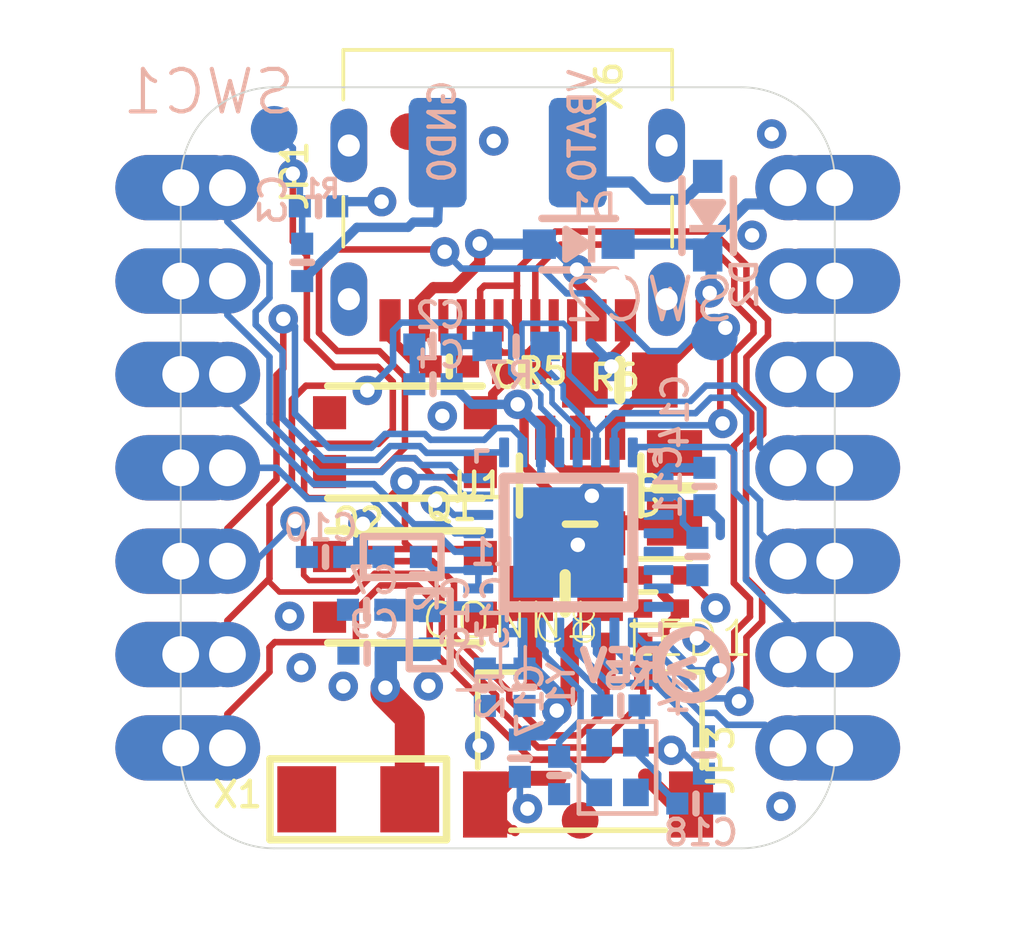
<source format=kicad_pcb>
(kicad_pcb (version 20211014) (generator pcbnew)
  (layers (0 "F.Cu" signal) (1 "In1.Cu" signal) (2 "In2.Cu" signal) (31 "B.Cu" signal) (34 "B.Paste" user) (35 "F.Paste" user) (36 "B.SilkS" user "B.Silkscreen") (37 "F.SilkS" user "F.Silkscreen") (38 "B.Mask" user) (39 "F.Mask" user) (44 "Edge.Cuts" user))
  (net 0 "")
  (net 1 "GND")
  (net 2 "D+")
  (net 3 "D-")
  (net 4 "VBUS")
  (net 5 "~{RESET}")
  (net 6 "3.3V")
  (net 7 "A0")
  (net 8 "CC1")
  (net 9 "CC2")
  (net 10 "A1")
  (net 11 "MOSI")
  (net 12 "MISO")
  (net 13 "SCK")
  (net 14 "A2")
  (net 15 "A3")
  (net 16 "SDA")
  (net 17 "SCL")
  (net 18 "NEOPIX")
  (net 19 "+5V")
  (net 20 "VDD3P3")
  (net 21 "LNA")
  (net 22 "N$3")
  (net 23 "BOOT")
  (net 24 "N$6")
  (net 25 "N$7")
  (net 26 "TX")
  (net 27 "RX")
  (net 28 "VBAT")
  (net 29 "VDD_SPI")
  (net 30 "N$5")
  (net 31 "N$1")
  (footprint "boardEagle:0805-NO" (layer "F.Cu") (at 153.035 105.5497 90)
    (fp_text reference "C6")
    (fp_text value "22uF")
  )
  (footprint "boardEagle:FIDUCIAL_1MM" (layer "F.Cu") (at 150.4696 114.5921)
    (fp_text reference "U$8" hide)
    (fp_text value "FIDUCIAL_1MM" hide)
  )
  (footprint "boardEagle:1X07_CASTEL" (layer "F.Cu") (at 156.1211 105.0036 90)
    (fp_text reference "JP3")
    (fp_text value "")
  )
  (footprint "boardEagle:BTN_KMR2_SLIM" (layer "F.Cu") (at 145.7071 108.2421)
    (fp_text reference "Q2")
    (fp_text value "reset")
  )
  (footprint "boardEagle:QTPYC3_TOP" (layer "F.Cu") (at 139.6111 115.3541)
    (fp_text reference "U$3" hide)
    (fp_text value "" hide)
  )
  (footprint "boardEagle:JST_SH4_SKINNY" (layer "F.Cu") (at 150.6855 112.776)
    (fp_text reference "CONN1")
    (fp_text value "STEMMA_I2C_QTSKINNY" hide)
  )
  (footprint "boardEagle:SOT23-5" (layer "F.Cu") (at 150.4696 105.4862 180)
    (fp_text reference "U1")
    (fp_text value "AP2112K-3.3")
  )
  (footprint "boardEagle:1X07_CASTEL" (layer "F.Cu") (at 140.8811 105.0036 -90)
    (fp_text reference "JP1")
    (fp_text value "")
  )
  (footprint "boardEagle:0805-NO" (layer "F.Cu") (at 151.5491 102.616 180)
    (fp_text reference "C1")
    (fp_text value "22uF")
  )
  (footprint "boardEagle:_0402NO" (layer "F.Cu") (at 146.9136 102.2477)
    (fp_text reference "R5")
    (fp_text value "5.1K")
  )
  (footprint "boardEagle:ANT_2450AT18B100" (layer "F.Cu") (at 144.4371 114.0206 180)
    (fp_text reference "X1")
    (fp_text value "2.4GHz")
  )
  (footprint "boardEagle:FIDUCIAL_1MM" (layer "F.Cu") (at 145.8087 95.8596)
    (fp_text reference "U$6" hide)
    (fp_text value "FIDUCIAL_1MM" hide)
  )
  (footprint "boardEagle:_0402NO" (layer "F.Cu") (at 148.8821 102.4255)
    (fp_text reference "R6")
    (fp_text value "5.1K")
  )
  (footprint "boardEagle:SK6805_1515" (layer "F.Cu") (at 152.6794 108.3818 180)
    (fp_text reference "LED1")
    (fp_text value "WS2812B_SK6805_1515")
  )
  (footprint "boardEagle:BTN_KMR2_4.6X2.8" (layer "F.Cu") (at 145.7071 104.3051 180)
    (fp_text reference "Q1")
    (fp_text value "BOOT0")
  )
  (footprint "boardEagle:USB_C_CUSB31-CFM2AX-01-X" (layer "F.Cu") (at 148.5011 97.4471 180)
    (fp_text reference "X6")
    (fp_text value "USB TYPE C")
  )
  (footprint "boardEagle:0805-NO" (layer "F.Cu") (at 150.0632 108.4199 180)
    (fp_text reference "C8")
    (fp_text value "22uF")
  )
  (footprint "boardEagle:B1,27" (layer "B.Cu") (at 142.1511 95.7961 180)
    (fp_text reference "SWC1")
    (fp_text value "TPB1,27")
  )
  (footprint "boardEagle:_0402NO" (layer "B.Cu") (at 144.6784 110.0582 180)
    (fp_text reference "C9")
    (fp_text value "TBD")
  )
  (footprint "boardEagle:CRYSTAL_2X1.6" (layer "B.Cu") (at 151.4856 113.157 -90)
    (fp_text reference "Y1")
    (fp_text value "40MHz")
  )
  (footprint "boardEagle:_0402NO" (layer "B.Cu") (at 147.8788 110.9726 -90)
    (fp_text reference "C16")
    (fp_text value "0.01uF")
  )
  (footprint "boardEagle:_0402NO" (layer "B.Cu") (at 149.8981 113.3729 -90)
    (fp_text reference "C17")
    (fp_text value "16pF")
  )
  (footprint "boardEagle:TESTPOINT_MINUS_1X3MM" (layer "B.Cu") (at 146.5961 96.4311 -90)
    (fp_text reference "GND0")
    (fp_text value "")
  )
  (footprint "boardEagle:_0402NO" (layer "B.Cu") (at 153.6573 107.4166 -90)
    (fp_text reference "C11")
    (fp_text value "1uF")
  )
  (footprint "boardEagle:_0402NO" (layer "B.Cu") (at 153.8351 112.8141 -90)
    (fp_text reference "R4")
    (fp_text value "1k")
  )
  (footprint "boardEagle:_0402NO" (layer "B.Cu") (at 146.4691 101.6508 180)
    (fp_text reference "C2")
    (fp_text value "1uF")
  )
  (footprint "boardEagle:SOD-323_MINI" (layer "B.Cu") (at 153.9367 98.1456 90)
    (fp_text reference "D2")
    (fp_text value "  NSR0320")
  )
  (footprint "boardEagle:_0402NO" (layer "B.Cu") (at 148.8313 112.903 -90)
    (fp_text reference "R2")
    (fp_text value "10K")
  )
  (footprint "boardEagle:B1,27" (layer "B.Cu") (at 154.1145 101.4476 180)
    (fp_text reference "SWC2")
    (fp_text value "TPB1,27")
  )
  (footprint "boardEagle:_0402NO" (layer "B.Cu") (at 153.6192 114.1349)
    (fp_text reference "C18")
    (fp_text value "16pF")
  )
  (footprint "boardEagle:_0402" (layer "B.Cu") (at 146.3802 109.4105 90)
    (fp_text reference "L2")
    (fp_text value "0 ohm")
  )
  (footprint "boardEagle:_0402NO" (layer "B.Cu") (at 146.4691 102.7303 180)
    (fp_text reference "C4")
    (fp_text value "0.1uF")
  )
  (footprint "boardEagle:_0402NO" (layer "B.Cu") (at 148.9583 110.9726 -90)
    (fp_text reference "C15")
    (fp_text value "1uF")
  )
  (footprint "boardEagle:SOD-323_MINI" (layer "B.Cu") (at 150.4315 98.9203 180)
    (fp_text reference "D1")
    (fp_text value "  NSR0320")
  )
  (footprint "boardEagle:_0603MP_TWO6MIL" (layer "B.Cu") (at 148.7297 101.7016)
    (fp_text reference "R7")
    (fp_text value "10K")
  )
  (footprint "boardEagle:_0402NO" (layer "B.Cu") (at 143.3576 97.8916 180)
    (fp_text reference "R1")
    (fp_text value "10K")
  )
  (footprint "boardEagle:QFN32_5MM" (layer "B.Cu") (at 150.1521 107.0356)
    (fp_text reference "U2")
    (fp_text value "ESP32-C3FH4")
  )
  (footprint "boardEagle:QTPYC3_BOT" (layer "B.Cu") (at 157.3911 115.3541 180)
    (fp_text reference "U$18" hide)
    (fp_text value "" hide)
  )
  (footprint "boardEagle:PCBFEAT-REV-040" (layer "B.Cu") (at 153.5176 110.363 180)
    (fp_text reference "U$12" hide)
    (fp_text value "" hide)
  )
  (footprint "boardEagle:TESTPOINT_PLUS_1X3MM" (layer "B.Cu") (at 150.4061 96.4311 -90)
    (fp_text reference "VBAT0")
    (fp_text value "")
  )
  (footprint "boardEagle:_0402NO" (layer "B.Cu") (at 151.5745 111.4679 180)
    (fp_text reference "R3")
    (fp_text value "0")
  )
  (footprint "boardEagle:_0402NO" (layer "B.Cu") (at 144.6657 108.8644 180)
    (fp_text reference "C7")
    (fp_text value "TBD")
  )
  (footprint "boardEagle:_0402NO" (layer "B.Cu") (at 143.5481 107.4293 180)
    (fp_text reference "C10")
    (fp_text value "0.1uF")
  )
  (footprint "boardEagle:_0402" (layer "B.Cu") (at 145.6309 107.4293)
    (fp_text reference "L1")
    (fp_text value "2nH")
  )
  (footprint "boardEagle:_0402NO" (layer "B.Cu") (at 142.9131 99.4156 -90)
    (fp_text reference "C3")
    (fp_text value "1uF")
  )
  (footprint "boardEagle:_0402NO" (layer "B.Cu") (at 153.8478 105.5116 -90)
    (fp_text reference "C14")
    (fp_text value "0.1uF")
  )
  (gr_line (start 139.6111 112.8141) (end 139.6111 97.1931) (layer "Edge.Cuts") (width 0.05))
  (gr_arc (start 157.3911 112.8141) (mid 156.647151 114.610151) (end 154.8511 115.3541) (layer "Edge.Cuts") (width 0.05))
  (gr_line (start 142.1511 94.6531) (end 154.8511 94.6531) (layer "Edge.Cuts") (width 0.05))
  (gr_line (start 157.3911 97.1931) (end 157.3911 112.8141) (layer "Edge.Cuts") (width 0.05))
  (gr_arc (start 139.6111 97.1931) (mid 140.355049 95.397049) (end 142.1511 94.6531) (layer "Edge.Cuts") (width 0.05))
  (gr_line (start 154.8511 115.3541) (end 142.1511 115.3541) (layer "Edge.Cuts") (width 0.05))
  (gr_arc (start 154.8511 94.6531) (mid 156.647151 95.397049) (end 157.3911 97.1931) (layer "Edge.Cuts") (width 0.05))
  (gr_arc (start 142.1511 115.3541) (mid 140.355049 114.610151) (end 139.6111 112.8141) (layer "Edge.Cuts") (width 0.05))
  (segment (start 151.7011 101.6131) (end 150.6982 102.616) (width 0.254) (layer "F.Cu") (net 1))
  (segment (start 147.8855 114.162) (end 148.5696 114.8461) (width 0.254) (layer "F.Cu") (net 1))
  (segment (start 149.1132 108.4199) (end 148.8821 108.1888) (width 0.4064) (layer "F.Cu") (net 1))
  (segment (start 148.648562 114.8461) (end 148.701831 114.899369) (width 0.254) (layer "F.Cu") (net 1))
  (segment (start 151.7011 100.9921) (end 151.7011 101.6131) (width 0.254) (layer "F.Cu") (net 1))
  (segment (start 149.1855 108.4922) (end 149.1855 110.262) (width 0.4064) (layer "F.Cu") (net 1))
  (segment (start 153.0913 108.8318) (end 152.6921 108.4326) (width 0.254) (layer "F.Cu") (net 1))
  (segment (start 147.8855 114.162) (end 148.5984 113.4491) (width 0.4064) (layer "F.Cu") (net 1))
  (segment (start 145.3011 100.9921) (end 145.3011 101.473244) (width 0.254) (layer "F.Cu") (net 1))
  (segment (start 150.4696 104.1861) (end 150.4696 102.8446) (width 0.254) (layer "F.Cu") (net 1))
  (segment (start 150.6982 102.616) (end 150.5991 102.616) (width 0.254) (layer "F.Cu") (net 1))
  (segment (start 147.7571 109.0671) (end 148.466 109.0671) (width 0.4064) (layer "F.Cu") (net 1))
  (segment (start 153.4855 114.162) (end 153.024 114.162) (width 0.4064) (layer "F.Cu") (net 1))
  (segment (start 148.092018 102.996513) (end 148.092018 103.170182) (width 0.254) (layer "F.Cu") (net 1))
  (segment (start 148.8821 108.1888) (end 148.8821 106.9086) (width 0.4064) (layer "F.Cu") (net 1))
  (segment (start 152.77465 109.357663) (end 152.77465 109.49305) (width 0.254) (layer "F.Cu") (net 1))
  (segment (start 145.3011 101.473244) (end 146.075556 102.2477) (width 0.254) (layer "F.Cu") (net 1))
  (segment (start 153.1794 108.8318) (end 153.1794 108.952913) (width 0.254) (layer "F.Cu") (net 1))
  (segment (start 148.5696 114.8461) (end 148.648562 114.8461) (width 0.254) (layer "F.Cu") (net 1))
  (segment (start 148.3741 102.4255) (end 148.3741 102.714432) (width 0.254) (layer "F.Cu") (net 1))
  (segment (start 149.1132 108.4199) (end 149.1855 108.4922) (width 0.4064) (layer "F.Cu") (net 1))
  (segment (start 150.4696 102.8446) (end 150.6982 102.616) (width 0.254) (layer "F.Cu") (net 1))
  (segment (start 153.1794 108.8318) (end 153.0913 108.8318) (width 0.254) (layer "F.Cu") (net 1))
  (segment (start 153.024 114.162) (end 152.2476 113.3856) (width 0.4064) (layer "F.Cu") (net 1))
  (segment (start 153.1794 108.952913) (end 152.77465 109.357663) (width 0.254) (layer "F.Cu") (net 1))
  (segment (start 148.3741 102.714432) (end 148.092018 102.996513) (width 0.254) (layer "F.Cu") (net 1))
  (segment (start 152.77465 109.49305) (end 152.7556 109.5121) (width 0.254) (layer "F.Cu") (net 1))
  (segment (start 148.092018 103.170182) (end 147.7571 103.5051) (width 0.254) (layer "F.Cu") (net 1))
  (segment (start 148.466 109.0671) (end 149.1132 108.4199) (width 0.4064) (layer "F.Cu") (net 1))
  (segment (start 148.5984 113.4491) (end 149.895303 113.4491) (width 0.4064) (layer "F.Cu") (net 1))
  (segment (start 146.075556 102.2477) (end 146.4056 102.2477) (width 0.254) (layer "F.Cu") (net 1))
  (via (at 148.1201 96.1136) (size 0.8001) (drill 0.3937) (layers "F.Cu" "B.Cu") (net 1))
  (via (at 150.4061 107.0991) (size 0.8001) (drill 0.3937) (layers "F.Cu" "B.Cu") (net 1))
  (via (at 150.7871 105.7656) (size 0.8001) (drill 0.3937) (layers "F.Cu" "B.Cu") (net 1))
  (via (at 146.3421 110.9345) (size 0.8001) (drill 0.3937) (layers "F.Cu" "B.Cu") (net 1))
  (via (at 142.5702 109.0422) (size 0.8001) (drill 0.3937) (layers "F.Cu" "B.Cu") (net 1))
  (via (at 155.6766 95.9231) (size 0.8001) (drill 0.3937) (layers "F.Cu" "B.Cu") (net 1))
  (via (at 142.8877 110.4392) (size 0.8001) (drill 0.3937) (layers "F.Cu" "B.Cu") (net 1))
  (via (at 144.0307 110.9472) (size 0.8001) (drill 0.3937) (layers "F.Cu" "B.Cu") (net 1))
  (via (at 153.6446 109.6391) (size 0.8001) (drill 0.3937) (layers "F.Cu" "B.Cu") (net 1))
  (via (at 147.7391 112.5601) (size 0.8001) (drill 0.3937) (layers "F.Cu" "B.Cu") (net 1))
  (via (at 146.7231 103.5939) (size 0.8001) (drill 0.3937) (layers "F.Cu" "B.Cu") (net 1))
  (via (at 151.3205 102.2477) (size 0.8001) (drill 0.3937) (layers "F.Cu" "B.Cu") (net 1))
  (via (at 155.1432 98.679) (size 0.8001) (drill 0.3937) (layers "F.Cu" "B.Cu") (net 1))
  (via (at 155.9306 114.2111) (size 0.8001) (drill 0.3937) (layers "F.Cu" "B.Cu") (net 1))
  (segment (start 153.8478 106.0196) (end 154.2796 106.4514) (width 0.254) (layer "B.Cu") (net 1))
  (segment (start 144.402493 98.4631) (end 145.792662 98.4631) (width 0.254) (layer "B.Cu") (net 1))
  (segment (start 146.5326 98.3361) (end 146.5961 98.2726) (width 0.254) (layer "B.Cu") (net 1))
  (segment (start 151.3205 102.2477) (end 151.3205 102.1715) (width 0.254) (layer "B.Cu") (net 1))
  (segment (start 145.933662 98.3221) (end 146.496537 98.3221) (width 0.254) (layer "B.Cu") (net 1))
  (segment (start 151.3205 102.1715) (end 150.7553 101.6063) (width 0.254) (layer "B.Cu") (net 1))
  (segment (start 146.5961 98.2726) (end 146.6461 97.2311) (width 0.254) (layer "B.Cu") (net 1))
  (segment (start 142.9131 99.9236) (end 143.6116 99.2251) (width 0.254) (layer "B.Cu") (net 1))
  (segment (start 157.3911 99.9236) (end 156.1211 99.9236) (width 0.254) (layer "B.Cu") (net 1))
  (segment (start 145.9611 101.6508) (end 145.9611 102.7303) (width 0.254) (layer "B.Cu") (net 1))
  (segment (start 145.792662 98.4631) (end 145.933662 98.3221) (width 0.254) (layer "B.Cu") (net 1))
  (segment (start 143.640493 99.2251) (end 144.402493 98.4631) (width 0.254) (layer "B.Cu") (net 1))
  (segment (start 146.496537 98.3221) (end 146.510537 98.3361) (width 0.254) (layer "B.Cu") (net 1))
  (segment (start 154.2796 106.4514) (end 154.2796 106.8451) (width 0.254) (layer "B.Cu") (net 1))
  (segment (start 143.6116 99.2251) (end 143.640493 99.2251) (width 0.254) (layer "B.Cu") (net 1))
  (segment (start 146.510537 98.3361) (end 146.5326 98.3361) (width 0.254) (layer "B.Cu") (net 1))
  (segment (start 154.9908 100.391788) (end 155.575856 100.976844) (width 0.1778) (layer "F.Cu") (net 2))
  (segment (start 154.9908 99.4918) (end 154.9908 100.391788) (width 0.1778) (layer "F.Cu") (net 2))
  (segment (start 155.575856 101.410357) (end 154.9908 101.995413) (width 0.1778) (layer "F.Cu") (net 2))
  (segment (start 155.448856 103.389844) (end 155.448856 104.077357) (width 0.1778) (layer "F.Cu") (net 2))
  (segment (start 148.7511 100.0506) (end 147.8661 100.0506) (width 0.1778) (layer "F.Cu") (net 2))
  (segment (start 155.575856 100.976844) (end 155.575856 101.410357) (width 0.1778) (layer "F.Cu") (net 2))
  (segment (start 148.7511 100.0506) (end 148.7511 100.9921) (width 0.1778) (layer "F.Cu") (net 2))
  (segment (start 154.9781 104.548113) (end 154.9781 107.999088) (width 0.1778) (layer "F.Cu") (net 2))
  (segment (start 154.9908 101.995413) (end 154.9908 102.931788) (width 0.1778) (layer "F.Cu") (net 2))
  (segment (start 154.9908 102.931788) (end 155.448856 103.389844) (width 0.1778) (layer "F.Cu") (net 2))
  (segment (start 154.9908 109.615413) (end 154.9908 111.3536) (width 0.1778) (layer "F.Cu") (net 2))
  (segment (start 154.0764 98.5774) (end 149.7965 98.5774) (width 0.1778) (layer "F.Cu") (net 2))
  (segment (start 148.7511 99.6228) (end 148.7511 100.0506) (width 0.1778) (layer "F.Cu") (net 2))
  (segment (start 154.7876 111.3536) (end 154.9908 111.3536) (width 0.1778) (layer "F.Cu") (net 2))
  (segment (start 154.0764 98.5774) (end 154.9908 99.4918) (width 0.1778) (layer "F.Cu") (net 2))
  (segment (start 155.448856 104.077357) (end 154.9781 104.548113) (width 0.1778) (layer "F.Cu") (net 2))
  (segment (start 147.7511 100.1656) (end 147.7511 100.9921) (width 0.1778) (layer "F.Cu") (net 2))
  (segment (start 155.417106 109.189107) (end 154.9908 109.615413) (width 0.1778) (layer "F.Cu") (net 2))
  (segment (start 154.9781 107.999088) (end 155.417106 108.438094) (width 0.1778) (layer "F.Cu") (net 2))
  (segment (start 147.8661 100.0506) (end 147.7511 100.1656) (width 0.1778) (layer "F.Cu") (net 2))
  (segment (start 149.7965 98.5774) (end 148.7511 99.6228) (width 0.1778) (layer "F.Cu") (net 2))
  (segment (start 155.417106 108.438094) (end 155.417106 109.189107) (width 0.1778) (layer "F.Cu") (net 2))
  (via (at 154.7876 111.3536) (size 0.8001) (drill 0.3937) (layers "F.Cu" "B.Cu") (net 2))
  (segment (start 154.7876 111.3536) (end 154.710559 111.27656) (width 0.1778) (layer "B.Cu") (net 2))
  (segment (start 151.672612 110.1725) (end 152.7258 110.1725) (width 0.1778) (layer "B.Cu") (net 2))
  (segment (start 154.710559 111.27656) (end 153.829859 111.27656) (width 0.1778) (layer "B.Cu") (net 2))
  (segment (start 151.672612 110.1725) (end 151.4021 109.901988) (width 0.1778) (layer "B.Cu") (net 2))
  (segment (start 153.829859 111.27656) (end 152.7258 110.1725) (width 0.1778) (layer "B.Cu") (net 2))
  (segment (start 151.4021 109.4856) (end 151.4021 109.901988) (width 0.1778) (layer "B.Cu") (net 2))
  (segment (start 149.2511 99.6257) (end 149.2511 100.9921) (width 0.1778) (layer "F.Cu") (net 3))
  (segment (start 154.6606 109.478638) (end 154.6606 110.111132) (width 0.1778) (layer "F.Cu") (net 3))
  (segment (start 155.182156 101.050119) (end 154.6606 100.528563) (width 0.1778) (layer "F.Cu") (net 3))
  (segment (start 154.261615 110.510116) (end 154.6606 110.111132) (width 0.1778) (layer "F.Cu") (net 3))
  (segment (start 153.965025 98.933) (end 149.9438 98.933) (width 0.1778) (layer "F.Cu") (net 3))
  (segment (start 154.6479 108.135863) (end 155.086906 108.574869) (width 0.1778) (layer "F.Cu") (net 3))
  (segment (start 149.9438 98.933) (end 149.2511 99.6257) (width 0.1778) (layer "F.Cu") (net 3))
  (segment (start 148.1836 101.7016) (end 148.1836 101.0596) (width 0.1778) (layer "F.Cu") (net 3))
  (segment (start 155.118656 103.940582) (end 155.118656 103.526619) (width 0.1778) (layer "F.Cu") (net 3))
  (segment (start 154.6606 99.628575) (end 153.965025 98.933) (width 0.1778) (layer "F.Cu") (net 3))
  (segment (start 154.6606 103.068563) (end 154.6606 101.858638) (width 0.1778) (layer "F.Cu") (net 3))
  (segment (start 154.6606 100.528563) (end 154.6606 99.628575) (width 0.1778) (layer "F.Cu") (net 3))
  (segment (start 155.118656 103.526619) (end 154.6606 103.068563) (width 0.1778) (layer "F.Cu") (net 3))
  (segment (start 155.086906 109.052332) (end 154.6606 109.478638) (width 0.1778) (layer "F.Cu") (net 3))
  (segment (start 155.118656 103.940582) (end 154.6479 104.411338) (width 0.1778) (layer "F.Cu") (net 3))
  (segment (start 155.086906 108.574869) (end 155.086906 109.052332) (width 0.1778) (layer "F.Cu") (net 3))
  (segment (start 149.0348 101.8715) (end 148.3535 101.8715) (width 0.1778) (layer "F.Cu") (net 3))
  (segment (start 149.2511 101.6552) (end 149.0348 101.8715) (width 0.1778) (layer "F.Cu") (net 3))
  (segment (start 148.1836 101.0596) (end 148.2511 100.9921) (width 0.1778) (layer "F.Cu") (net 3))
  (segment (start 149.2511 100.9921) (end 149.2511 101.6552) (width 0.1778) (layer "F.Cu") (net 3))
  (segment (start 148.3535 101.8715) (end 148.1836 101.7016) (width 0.1778) (layer "F.Cu") (net 3))
  (segment (start 154.6479 104.411338) (end 154.6479 108.135863) (width 0.1778) (layer "F.Cu") (net 3))
  (segment (start 155.182156 101.337082) (end 155.182156 101.050119) (width 0.1778) (layer "F.Cu") (net 3))
  (segment (start 154.6606 101.858638) (end 155.182156 101.337082) (width 0.1778) (layer "F.Cu") (net 3))
  (via (at 154.261615 110.510116) (size 0.8001) (drill 0.3937) (layers "F.Cu" "B.Cu") (net 3))
  (segment (start 154.261615 110.510116) (end 153.563115 110.510116) (width 0.1778) (layer "B.Cu") (net 3))
  (segment (start 152.231343 109.814844) (end 152.867843 109.814844) (width 0.1778) (layer "B.Cu") (net 3))
  (segment (start 151.9021 109.4856) (end 152.231343 109.814844) (width 0.1778) (layer "B.Cu") (net 3))
  (segment (start 153.563115 110.510116) (end 152.867843 109.814844) (width 0.1778) (layer "B.Cu") (net 3))
  (segment (start 147.7391 98.9076) (end 147.7391 99.422538) (width 0.3048) (layer "F.Cu") (net 4))
  (segment (start 146.4821 100.1031) (end 146.1011 100.4841) (width 0.3048) (layer "F.Cu") (net 4))
  (segment (start 146.1011 100.9921) (end 146.1011 100.4841) (width 0.254) (layer "F.Cu") (net 4))
  (segment (start 147.058537 100.1031) (end 146.4821 100.1031) (width 0.3048) (layer "F.Cu") (net 4))
  (segment (start 150.9011 100.9921) (end 150.9011 100.476338) (width 0.254) (layer "F.Cu") (net 4))
  (segment (start 150.9011 100.476338) (end 150.385912 99.96115) (width 0.3048) (layer "F.Cu") (net 4))
  (segment (start 147.7391 99.422538) (end 147.058537 100.1031) (width 0.3048) (layer "F.Cu") (net 4))
  (segment (start 150.385912 99.613794) (end 150.385912 99.96115) (width 0.3048) (layer "F.Cu") (net 4))
  (via (at 150.385912 99.613794) (size 0.8001) (drill 0.3937) (layers "F.Cu" "B.Cu") (net 4))
  (via (at 147.7391 98.9076) (size 0.8001) (drill 0.3937) (layers "F.Cu" "B.Cu") (net 4))
  (segment (start 150.385912 99.613794) (end 149.692418 98.9203) (width 0.3048) (layer "B.Cu") (net 4))
  (segment (start 149.692418 98.9203) (end 149.3615 98.9203) (width 0.254) (layer "B.Cu") (net 4))
  (segment (start 149.3615 98.9203) (end 147.7518 98.9203) (width 0.3048) (layer "B.Cu") (net 4))
  (segment (start 147.7391 98.9076) (end 147.7518 98.9203) (width 0.254) (layer "B.Cu") (net 4))
  (segment (start 147.7571 107.4171) (end 147.6932 107.2135) (width 0.1778) (layer "F.Cu") (net 5))
  (segment (start 145.7071 105.3846) (end 145.7071 107.04261) (width 0.1778) (layer "F.Cu") (net 5))
  (segment (start 142.9658 105.7221) (end 143.0728 105.8291) (width 0.1778) (layer "F.Cu") (net 5))
  (segment (start 142.9658 104.55515) (end 142.9658 105.7221) (width 0.1778) (layer "F.Cu") (net 5))
  (segment (start 143.0401 101.5111) (end 143.0401 99.2251) (width 0.1778) (layer "F.Cu") (net 5))
  (segment (start 143.0728 105.8291) (end 145.2626 105.8291) (width 0.1778) (layer "F.Cu") (net 5))
  (segment (start 143.6571 107.4171) (end 143.6702 107.2135) (width 0.1778) (layer "F.Cu") (net 5))
  (segment (start 145.2626 105.8291) (end 145.7071 105.3846) (width 0.1778) (layer "F.Cu") (net 5))
  (segment (start 142.6591 98.8441) (end 142.6591 97.0026) (width 0.1778) (layer "F.Cu") (net 5))
  (segment (start 143.0401 99.2251) (end 142.6591 98.8441) (width 0.1778) (layer "F.Cu") (net 5))
  (segment (start 144.970087 102.257063) (end 143.786062 102.257063) (width 0.1778) (layer "F.Cu") (net 5))
  (segment (start 143.786062 102.257063) (end 143.0401 101.5111) (width 0.1778) (layer "F.Cu") (net 5))
  (segment (start 145.884993 107.2135) (end 143.6702 107.2135) (width 0.1778) (layer "F.Cu") (net 5))
  (segment (start 145.3769 103.9622) (end 145.3769 102.663875) (width 0.1778) (layer "F.Cu") (net 5))
  (segment (start 144.9888 104.3503) (end 145.3769 103.9622) (width 0.1778) (layer "F.Cu") (net 5))
  (segment (start 145.3769 102.663875) (end 144.970087 102.257063) (width 0.1778) (layer "F.Cu") (net 5))
  (segment (start 147.6932 107.2135) (end 145.884993 107.2135) (width 0.1778) (layer "F.Cu") (net 5))
  (segment (start 142.9658 104.55515) (end 143.17065 104.3503) (width 0.1778) (layer "F.Cu") (net 5))
  (segment (start 143.17065 104.3503) (end 144.9888 104.3503) (width 0.1778) (layer "F.Cu") (net 5))
  (segment (start 145.884993 107.2135) (end 145.7071 107.04261) (width 0.1778) (layer "F.Cu") (net 5))
  (via (at 142.6591 97.0026) (size 0.8001) (drill 0.3937) (layers "F.Cu" "B.Cu") (net 5))
  (via (at 145.7071 105.3846) (size 0.8001) (drill 0.3937) (layers "F.Cu" "B.Cu") (net 5))
  (segment (start 142.8496 97.1931) (end 142.8496 97.8916) (width 0.1778) (layer "B.Cu") (net 5))
  (segment (start 146.7931 105.2576) (end 145.8341 105.2576) (width 0.1778) (layer "B.Cu") (net 5))
  (segment (start 142.6591 97.0026) (end 142.8496 97.1931) (width 0.1778) (layer "B.Cu") (net 5))
  (segment (start 145.8341 105.2576) (end 145.7071 105.3846) (width 0.1778) (layer "B.Cu") (net 5))
  (segment (start 142.9131 97.9551) (end 142.9131 98.9076) (width 0.1778) (layer "B.Cu") (net 5))
  (segment (start 142.8496 97.8916) (end 142.9131 97.9551) (width 0.1778) (layer "B.Cu") (net 5))
  (segment (start 142.1511 95.7961) (end 142.6591 96.3041) (width 0.1778) (layer "B.Cu") (net 5))
  (segment (start 142.6591 96.3041) (end 142.6591 97.0026) (width 0.1778) (layer "B.Cu") (net 5))
  (segment (start 147.3211 105.7856) (end 146.7931 105.2576) (width 0.1778) (layer "B.Cu") (net 5))
  (segment (start 147.7021 105.7856) (end 147.3211 105.7856) (width 0.1778) (layer "B.Cu") (net 5))
  (segment (start 151.4196 106.7863) (end 151.7062 106.4997) (width 0.254) (layer "F.Cu") (net 6))
  (segment (start 151.1021 106.7863) (end 151.4196 106.7863) (width 0.254) (layer "F.Cu") (net 6))
  (segment (start 148.771468 103.27795) (end 148.9456 103.452082) (width 0.254) (layer "F.Cu") (net 6))
  (segment (start 150.423081 106.41965) (end 150.73545 106.41965) (width 0.2032) (layer "F.Cu") (net 6))
  (segment (start 150.1855 110.262) (end 150.1855 109.527) (width 0.4064) (layer "F.Cu") (net 6))
  (segment (start 151.4196 108.0135) (end 151.0132 108.4199) (width 0.254) (layer "F.Cu") (net 6))
  (segment (start 148.9456 103.452082) (end 148.9456 104.942169) (width 0.254) (layer "F.Cu") (net 6))
  (segment (start 151.0132 108.6993) (end 150.1855 109.527) (width 0.4064) (layer "F.Cu") (net 6))
  (segment (start 150.73545 106.41965) (end 151.1021 106.7863) (width 0.2032) (layer "F.Cu") (net 6))
  (segment (start 151.7062 106.4997) (end 153.035 106.4997) (width 0.4064) (layer "F.Cu") (net 6))
  (segment (start 150.1855 111.2567) (end 149.8346 111.6076) (width 0.4064) (layer "F.Cu") (net 6))
  (segment (start 152.1794 107.9318) (end 151.5013 107.9318) (width 0.4064) (layer "F.Cu") (net 6))
  (segment (start 151.5013 107.9318) (end 151.4196 108.0135) (width 0.254) (layer "F.Cu") (net 6))
  (segment (start 150.1855 110.262) (end 150.1855 111.2567) (width 0.4064) (layer "F.Cu") (net 6))
  (segment (start 151.4196 106.7863) (end 151.4196 108.0135) (width 0.4064) (layer "F.Cu") (net 6))
  (segment (start 151.0132 108.6993) (end 151.0132 108.4199) (width 0.6096) (layer "F.Cu") (net 6))
  (segment (start 148.9456 104.942169) (end 150.423081 106.41965) (width 0.254) (layer "F.Cu") (net 6))
  (via (at 149.8346 111.6076) (size 0.8001) (drill 0.3937) (layers "F.Cu" "B.Cu") (net 6))
  (via (at 145.0721 97.7646) (size 0.8001) (drill 0.3937) (layers "F.Cu" "B.Cu") (net 6))
  (via (at 144.5641 106.5276) (size 0.8001) (drill 0.3937) (layers "F.Cu" "B.Cu") (net 6))
  (via (at 148.771468 103.27795) (size 0.8001) (drill 0.3937) (layers "F.Cu" "B.Cu") (net 6))
  (segment (start 151.9301 108.6866) (end 151.8031 108.8136) (width 0.2032) (layer "B.Cu") (net 6))
  (segment (start 148.3741 109.4576) (end 148.4021 109.4856) (width 0.2032) (layer "B.Cu") (net 6))
  (segment (start 148.9583 110.4646) (end 147.8788 110.4646) (width 0.254) (layer "B.Cu") (net 6))
  (segment (start 152.6021 105.2856) (end 152.5741 105.2576) (width 0.2032) (layer "B.Cu") (net 6))
  (segment (start 149.479 112.2172) (end 149.0091 112.2172) (width 0.4064) (layer "B.Cu") (net 6))
  (segment (start 149.4021 103.908582) (end 149.4021 104.5856) (width 0.254) (layer "B.Cu") (net 6))
  (segment (start 149.8346 111.8616) (end 149.479 112.2172) (width 0.4064) (layer "B.Cu") (net 6))
  (segment (start 152.6021 105.2856) (end 152.8841 105.0036) (width 0.254) (layer "B.Cu") (net 6))
  (segment (start 148.9021 109.4856) (end 148.4021 109.4856) (width 0.254) (layer "B.Cu") (net 6))
  (segment (start 151.9301 105.513) (end 151.9301 108.6866) (width 0.2032) (layer "B.Cu") (net 6))
  (segment (start 148.9583 110.4646) (end 148.9021 110.4646) (width 0.254) (layer "B.Cu") (net 6))
  (segment (start 148.9583 110.4646) (end 149.1361 110.4646) (width 0.254) (layer "B.Cu") (net 6))
  (segment (start 149.5171 105.2576) (end 149.4021 105.1426) (width 0.2032) (layer "B.Cu") (net 6))
  (segment (start 148.771468 103.27795) (end 149.4021 103.908582) (width 0.254) (layer "B.Cu") (net 6))
  (segment (start 149.4021 105.1426) (end 149.4021 104.5856) (width 0.2032) (layer "B.Cu") (net 6))
  (segment (start 144.5006 106.5911) (end 144.5641 106.5276) (width 0.4064) (layer "B.Cu") (net 6))
  (segment (start 157.3911 102.4636) (end 156.1211 102.4636) (width 0.254) (layer "B.Cu") (net 6))
  (segment (start 153.8478 105.0036) (end 152.8841 105.0036) (width 0.254) (layer "B.Cu") (net 6))
  (segment (start 148.3741 105.3846) (end 148.3741 108.8136) (width 0.2032) (layer "B.Cu") (net 6))
  (segment (start 147.8915 101.6508) (end 146.9771 101.6508) (width 0.254) (layer "B.Cu") (net 6))
  (segment (start 148.771468 103.27795) (end 147.52475 103.27795) (width 0.254) (layer "B.Cu") (net 6))
  (segment (start 148.9021 109.4856) (end 148.9021 110.4646) (width 0.254) (layer "B.Cu") (net 6))
  (segment (start 144.5006 107.4293) (end 144.0561 107.4293) (width 0.4064) (layer "B.Cu") (net 6))
  (segment (start 148.8313 112.395) (end 149.0091 112.2172) (width 0.4064) (layer "B.Cu") (net 6))
  (segment (start 151.8031 108.8136) (end 148.3741 108.8136) (width 0.2032) (layer "B.Cu") (net 6))
  (segment (start 149.5171 105.2576) (end 148.5011 105.2576) (width 0.2032) (layer "B.Cu") (net 6))
  (segment (start 151.9315 105.5116) (end 151.9301 105.513) (width 0.2032) (layer "B.Cu") (net 6))
  (segment (start 156.1211 102.3366) (end 156.1211 102.4636) (width 0.254) (layer "B.Cu") (net 6))
  (segment (start 152.6021 105.2856) (end 152.1575 105.2856) (width 0.254) (layer "B.Cu") (net 6))
  (segment (start 147.9423 101.7016) (end 147.8915 101.6508) (width 0.254) (layer "B.Cu") (net 6))
  (segment (start 143.8656 97.8916) (end 143.9926 97.7646) (width 0.254) (layer "B.Cu") (net 6))
  (segment (start 144.5006 107.4293) (end 144.5006 106.5911) (width 0.4064) (layer "B.Cu") (net 6))
  (segment (start 148.3741 108.8136) (end 148.3741 109.4576) (width 0.2032) (layer "B.Cu") (net 6))
  (segment (start 146.9771 101.6508) (end 146.9771 102.7303) (width 0.254) (layer "B.Cu") (net 6))
  (segment (start 145.1229 107.4293) (end 144.5006 107.4293) (width 0.4064) (layer "B.Cu") (net 6))
  (segment (start 143.9926 97.7646) (end 145.0721 97.7646) (width 0.254) (layer "B.Cu") (net 6))
  (segment (start 149.8346 111.8616) (end 149.8346 111.6076) (width 0.254) (layer "B.Cu") (net 6))
  (segment (start 148.5011 105.2576) (end 148.3741 105.3846) (width 0.2032) (layer "B.Cu") (net 6))
  (segment (start 149.8346 111.1631) (end 149.8346 111.6076) (width 0.4064) (layer "B.Cu") (net 6))
  (segment (start 147.52475 103.27795) (end 146.9771 102.7303) (width 0.254) (layer "B.Cu") (net 6))
  (segment (start 152.1575 105.2856) (end 151.9315 105.5116) (width 0.254) (layer "B.Cu") (net 6))
  (segment (start 149.1361 110.4646) (end 149.8346 111.1631) (width 0.4064) (layer "B.Cu") (net 6))
  (segment (start 146.293681 104.5972) (end 147.6005 104.5972) (width 0.1778) (layer "B.Cu") (net 7))
  (segment (start 142.3797 101.84285) (end 142.3797 103.66325) (width 0.1778) (layer "B.Cu") (net 7))
  (segment (start 140.8811 98.30715) (end 142.0241 99.45015) (width 0.1778) (layer "B.Cu") (net 7))
  (segment (start 141.648593 101.111744) (end 142.3797 101.84285) (width 0.1778) (layer "B.Cu") (net 7))
  (segment (start 147.6005 104.5972) (end 147.6121 104.5856) (width 0.1778) (layer "B.Cu") (net 7))
  (segment (start 146.109531 104.41305) (end 146.293681 104.5972) (width 0.1778) (layer "B.Cu") (net 7))
  (segment (start 144.930018 104.7877) (end 145.304668 104.41305) (width 0.1778) (layer "B.Cu") (net 7))
  (segment (start 142.0241 100.379088) (end 141.648593 100.754594) (width 0.1778) (layer "B.Cu") (net 7))
  (segment (start 139.6111 97.3836) (end 140.6906 97.3836) (width 0.254) (layer "B.Cu") (net 7))
  (segment (start 140.6906 97.3836) (end 140.8811 97.5741) (width 0.254) (layer "B.Cu") (net 7))
  (segment (start 142.3797 103.66325) (end 143.50415 104.7877) (width 0.1778) (layer "B.Cu") (net 7))
  (segment (start 141.648593 100.754594) (end 141.648593 101.111744) (width 0.1778) (layer "B.Cu") (net 7))
  (segment (start 142.0241 99.45015) (end 142.0241 100.379088) (width 0.1778) (layer "B.Cu") (net 7))
  (segment (start 145.304668 104.41305) (end 146.109531 104.41305) (width 0.1778) (layer "B.Cu") (net 7))
  (segment (start 140.8811 98.30715) (end 140.8811 97.5741) (width 0.1778) (layer "B.Cu") (net 7))
  (segment (start 140.8811 97.5741) (end 140.8811 97.3836) (width 0.1778) (layer "B.Cu") (net 7))
  (segment (start 143.50415 104.7877) (end 144.930018 104.7877) (width 0.1778) (layer "B.Cu") (net 7))
  (segment (start 148.4021 104.5856) (end 147.6121 104.5856) (width 0.1778) (layer "B.Cu") (net 7))
  (segment (start 149.7511 101.6581) (end 149.3901 102.0191) (width 0.1778) (layer "F.Cu") (net 8))
  (segment (start 149.7511 100.9921) (end 149.7511 101.6581) (width 0.1778) (layer "F.Cu") (net 8))
  (segment (start 149.3901 102.0191) (end 149.3901 102.4255) (width 0.1778) (layer "F.Cu") (net 8))
  (segment (start 146.7511 101.5772) (end 147.4216 102.2477) (width 0.1778) (layer "F.Cu") (net 9))
  (segment (start 146.7511 100.9921) (end 146.7511 101.5772) (width 0.1778) (layer "F.Cu") (net 9))
  (segment (start 143.367375 105.1179) (end 142.0241 103.774625) (width 0.1778) (layer "B.Cu") (net 10))
  (segment (start 146.929875 104.9274) (end 146.156906 104.9274) (width 0.1778) (layer "B.Cu") (net 10))
  (segment (start 145.066793 105.1179) (end 143.367375 105.1179) (width 0.1778) (layer "B.Cu") (net 10))
  (segment (start 147.7021 105.2856) (end 147.288075 105.2856) (width 0.1778) (layer "B.Cu") (net 10))
  (segment (start 146.156906 104.9274) (end 145.972756 104.74325) (width 0.1778) (layer "B.Cu") (net 10))
  (segment (start 142.0241 103.5431) (end 142.0241 101.99015) (width 0.1778) (layer "B.Cu") (net 10))
  (segment (start 140.8811 100.84715) (end 140.8811 99.9236) (width 0.1778) (layer "B.Cu") (net 10))
  (segment (start 142.0241 103.774625) (end 142.0241 103.5431) (width 0.1778) (layer "B.Cu") (net 10))
  (segment (start 147.288075 105.2856) (end 146.929875 104.9274) (width 0.1778) (layer "B.Cu") (net 10))
  (segment (start 139.6111 99.9236) (end 140.8811 99.9236) (width 0.254) (layer "B.Cu") (net 10))
  (segment (start 142.0241 101.99015) (end 140.8811 100.84715) (width 0.1778) (layer "B.Cu") (net 10))
  (segment (start 145.441443 104.74325) (end 145.066793 105.1179) (width 0.1778) (layer "B.Cu") (net 10))
  (segment (start 145.972756 104.74325) (end 145.441443 104.74325) (width 0.1778) (layer "B.Cu") (net 10))
  (segment (start 153.469725 103.1875) (end 153.888825 102.7684) (width 0.1778) (layer "B.Cu") (net 11))
  (segment (start 156.1211 104.9401) (end 156.1211 105.0036) (width 0.1778) (layer "B.Cu") (net 11))
  (segment (start 150.4021 103.933544) (end 149.704918 103.236363) (width 0.1524) (layer "B.Cu") (net 11))
  (segment (start 156.1211 104.9401) (end 155.8671 104.9401) (width 0.1778) (layer "B.Cu") (net 11))
  (segment (start 153.457025 103.2002) (end 153.469725 103.1875) (width 0.1524) (layer "B.Cu") (net 11))
  (segment (start 148.8885 101.105313) (end 148.920812 101.073) (width 0.1524) (layer "B.Cu") (net 11))
  (segment (start 149.704918 102.891294) (end 149.143825 102.3302) (width 0.1524) (layer "B.Cu") (net 11))
  (segment (start 150.011787 101.073) (end 150.1648 101.226013) (width 0.1524) (layer "B.Cu") (net 11))
  (segment (start 156.1846 105.0036) (end 156.1211 104.9401) (width 0.1778) (layer "B.Cu") (net 11))
  (segment (start 150.1648 101.226013) (end 150.1648 102.4636) (width 0.1524) (layer "B.Cu") (net 11))
  (segment (start 155.8671 104.9401) (end 155.3591 104.4321) (width 0.1778) (layer "B.Cu") (net 11))
  (segment (start 155.3591 103.431719) (end 154.695781 102.7684) (width 0.1778) (layer "B.Cu") (net 11))
  (segment (start 148.920812 101.073) (end 150.011787 101.073) (width 0.1524) (layer "B.Cu") (net 11))
  (segment (start 148.920812 102.3302) (end 148.8885 102.297888) (width 0.1524) (layer "B.Cu") (net 11))
  (segment (start 150.1648 102.4636) (end 150.9014 103.2002) (width 0.1524) (layer "B.Cu") (net 11))
  (segment (start 148.8885 102.297888) (end 148.8885 101.105313) (width 0.1524) (layer "B.Cu") (net 11))
  (segment (start 157.3911 105.0036) (end 156.1846 105.0036) (width 0.1778) (layer "B.Cu") (net 11))
  (segment (start 150.4021 104.5856) (end 150.4021 103.933544) (width 0.1524) (layer "B.Cu") (net 11))
  (segment (start 155.3591 104.4321) (end 155.3591 103.431719) (width 0.1778) (layer "B.Cu") (net 11))
  (segment (start 149.704918 103.236363) (end 149.704918 102.891294) (width 0.1524) (layer "B.Cu") (net 11))
  (segment (start 153.888825 102.7684) (end 154.695781 102.7684) (width 0.1778) (layer "B.Cu") (net 11))
  (segment (start 150.9014 103.2002) (end 153.457025 103.2002) (width 0.1524) (layer "B.Cu") (net 11))
  (segment (start 149.143825 102.3302) (end 148.920812 102.3302) (width 0.1524) (layer "B.Cu") (net 11))
  (segment (start 150.009718 102.765038) (end 149.4862 102.241519) (width 0.1524) (layer "B.Cu") (net 12))
  (segment (start 153.6065 103.5177) (end 151.409725 103.5177) (width 0.1778) (layer "B.Cu") (net 12))
  (segment (start 154.98815 103.527744) (end 154.98815 105.52165) (width 0.1778) (layer "B.Cu") (net 12))
  (segment (start 150.9021 104.025325) (end 150.9021 104.5856) (width 0.1778) (layer "B.Cu") (net 12))
  (segment (start 155.3591 106.7816) (end 156.1211 107.5436) (width 0.1778) (layer "B.Cu") (net 12))
  (segment (start 149.4862 102.241519) (end 149.5171 101.7016) (width 0.1524) (layer "B.Cu") (net 12))
  (segment (start 157.3911 107.5436) (end 156.1211 107.5436) (width 0.1778) (layer "B.Cu") (net 12))
  (segment (start 154.98815 105.52165) (end 155.3591 105.8926) (width 0.1778) (layer "B.Cu") (net 12))
  (segment (start 150.7069 103.807288) (end 150.009718 103.110107) (width 0.1524) (layer "B.Cu") (net 12))
  (segment (start 154.559006 103.0986) (end 154.0256 103.0986) (width 0.1778) (layer "B.Cu") (net 12))
  (segment (start 150.7069 103.830125) (end 150.7069 103.807288) (width 0.1524) (layer "B.Cu") (net 12))
  (segment (start 151.409725 103.5177) (end 150.9021 104.025325) (width 0.1778) (layer "B.Cu") (net 12))
  (segment (start 154.559006 103.0986) (end 154.98815 103.527744) (width 0.1778) (layer "B.Cu") (net 12))
  (segment (start 150.009718 103.110107) (end 150.009718 102.765038) (width 0.1524) (layer "B.Cu") (net 12))
  (segment (start 155.3591 105.8926) (end 155.3591 106.7816) (width 0.1778) (layer "B.Cu") (net 12))
  (segment (start 150.9021 104.025325) (end 150.7069 103.830125) (width 0.1524) (layer "B.Cu") (net 12))
  (segment (start 154.0256 103.0986) (end 153.6065 103.5177) (width 0.1778) (layer "B.Cu") (net 12))
  (segment (start 154.47645 104.43845) (end 154.65795 104.61995) (width 0.1778) (layer "B.Cu") (net 13))
  (segment (start 154.9781 108.0516) (end 156.1211 109.1946) (width 0.1778) (layer "B.Cu") (net 13))
  (segment (start 151.9021 104.5856) (end 152.04925 104.43845) (width 0.1778) (layer "B.Cu") (net 13))
  (segment (start 154.9781 105.978575) (end 154.9781 108.0516) (width 0.1778) (layer "B.Cu") (net 13))
  (segment (start 152.04925 104.43845) (end 154.47645 104.43845) (width 0.1778) (layer "B.Cu") (net 13))
  (segment (start 156.1211 109.1946) (end 156.1211 110.0836) (width 0.1778) (layer "B.Cu") (net 13))
  (segment (start 154.65795 105.658425) (end 154.9781 105.978575) (width 0.1778) (layer "B.Cu") (net 13))
  (segment (start 157.3911 110.0836) (end 156.1211 110.0836) (width 0.1778) (layer "B.Cu") (net 13))
  (segment (start 154.65795 104.61995) (end 154.65795 105.658425) (width 0.1778) (layer "B.Cu") (net 13))
  (segment (start 145.955793 106.5403) (end 144.863593 105.4481) (width 0.1778) (layer "B.Cu") (net 14))
  (segment (start 139.6111 102.4636) (end 140.8811 102.4636) (width 0.254) (layer "B.Cu") (net 14))
  (segment (start 147.0671 106.7856) (end 146.8218 106.5403) (width 0.1778) (layer "B.Cu") (net 14))
  (segment (start 140.8811 103.0986) (end 140.8811 102.4636) (width 0.1778) (layer "B.Cu") (net 14))
  (segment (start 146.8218 106.5403) (end 145.955793 106.5403) (width 0.1778) (layer "B.Cu") (net 14))
  (segment (start 144.863593 105.4481) (end 143.2306 105.4481) (width 0.1778) (layer "B.Cu") (net 14))
  (segment (start 147.7021 106.7856) (end 147.0671 106.7856) (width 0.1778) (layer "B.Cu") (net 14))
  (segment (start 143.2306 105.4481) (end 140.8811 103.0986) (width 0.1778) (layer "B.Cu") (net 14))
  (segment (start 146.652 106.8705) (end 145.819018 106.8705) (width 0.1778) (layer "B.Cu") (net 15))
  (segment (start 145.819018 106.8705) (end 144.79905 105.850532) (width 0.1778) (layer "B.Cu") (net 15))
  (segment (start 144.79905 105.850532) (end 143.061531 105.850532) (width 0.1778) (layer "B.Cu") (net 15))
  (segment (start 140.8811 105.0036) (end 142.2146 105.0036) (width 0.1778) (layer "B.Cu") (net 15))
  (segment (start 147.0671 107.2856) (end 146.652 106.8705) (width 0.1778) (layer "B.Cu") (net 15))
  (segment (start 147.7021 107.2856) (end 147.0671 107.2856) (width 0.1778) (layer "B.Cu") (net 15))
  (segment (start 143.061531 105.850532) (end 142.2146 105.0036) (width 0.1778) (layer "B.Cu") (net 15))
  (segment (start 139.6111 105.0036) (end 140.8811 105.0036) (width 0.254) (layer "B.Cu") (net 15))
  (segment (start 142.2146 102.483532) (end 142.39875 102.299382) (width 0.1778) (layer "F.Cu") (net 16))
  (segment (start 142.2146 102.483532) (end 142.2146 105.3211) (width 0.1778) (layer "F.Cu") (net 16))
  (segment (start 144.239887 108.0699) (end 143.099712 108.0699) (width 0.1524) (layer "F.Cu") (net 16))
  (segment (start 146.451925 107.5437) (end 147.0404 108.132175) (width 0.1778) (layer "F.Cu") (net 16))
  (segment (start 142.39875 102.299382) (end 142.39875 100.953182) (width 0.1778) (layer "F.Cu") (net 16))
  (segment (start 144.766087 107.5437) (end 146.451925 107.5437) (width 0.1778) (layer "F.Cu") (net 16))
  (segment (start 144.766087 107.5437) (end 144.239887 108.0699) (width 0.1524) (layer "F.Cu") (net 16))
  (segment (start 143.099712 108.0699) (end 142.9531 107.923288) (width 0.1524) (layer "F.Cu") (net 16))
  (segment (start 142.9531 107.923288) (end 142.9531 106.688082) (width 0.1524) (layer "F.Cu") (net 16))
  (segment (start 148.5418 111.3063) (end 148.5418 111.0822) (width 0.1778) (layer "F.Cu") (net 16))
  (segment (start 142.9531 106.688082) (end 142.717587 106.452569) (width 0.1524) (layer "F.Cu") (net 16))
  (segment (start 147.0404 108.132175) (end 147.0404 109.5808) (width 0.1778) (layer "F.Cu") (net 16))
  (segment (start 150.4696 112.2816) (end 149.5171 112.2816) (width 0.1778) (layer "F.Cu") (net 16))
  (segment (start 151.1855 111.5657) (end 150.4696 112.2816) (width 0.1778) (layer "F.Cu") (net 16))
  (segment (start 142.2146 105.3211) (end 140.8811 106.6546) (width 0.1778) (layer "F.Cu") (net 16))
  (segment (start 151.1855 110.262) (end 151.1855 111.5657) (width 0.1778) (layer "F.Cu") (net 16))
  (segment (start 148.5418 111.0822) (end 147.0404 109.5808) (width 0.1651) (layer "F.Cu") (net 16))
  (segment (start 149.5171 112.2816) (end 148.5418 111.3063) (width 0.1778) (layer "F.Cu") (net 16))
  (segment (start 140.8811 106.6546) (end 140.8811 107.5436) (width 0.1778) (layer "F.Cu") (net 16))
  (via (at 142.717587 106.452569) (size 0.8001) (drill 0.3937) (layers "F.Cu" "B.Cu") (net 16))
  (via (at 142.39875 100.953182) (size 0.8001) (drill 0.3937) (layers "F.Cu" "B.Cu") (net 16))
  (segment (start 148.9021 104.2108) (end 148.6154 103.9241) (width 0.1778) (layer "B.Cu") (net 16))
  (segment (start 140.8811 107.5436) (end 141.6431 107.5436) (width 0.1651) (layer "B.Cu") (net 16))
  (segment (start 143.640925 104.4575) (end 142.71625 103.532825) (width 0.1778) (layer "B.Cu") (net 16))
  (segment (start 142.717587 106.516069) (end 142.694109 106.492591) (width 0.1651) (layer "B.Cu") (net 16))
  (segment (start 142.694109 106.492591) (end 141.6431 107.5436) (width 0.1651) (layer "B.Cu") (net 16))
  (segment (start 148.6154 103.9241) (end 148.1836 103.9241) (width 0.1778) (layer "B.Cu") (net 16))
  (segment (start 142.71625 101.156382) (end 142.51305 100.953182) (width 0.1778) (layer "B.Cu") (net 16))
  (segment (start 144.793243 104.4575) (end 143.640925 104.4575) (width 0.1778) (layer "B.Cu") (net 16))
  (segment (start 147.865828 104.241872) (end 146.405328 104.241872) (width 0.1778) (layer "B.Cu") (net 16))
  (segment (start 145.167893 104.08285) (end 144.793243 104.4575) (width 0.1778) (layer "B.Cu") (net 16))
  (segment (start 148.1836 103.9241) (end 147.865828 104.241872) (width 0.1778) (layer "B.Cu") (net 16))
  (segment (start 142.717587 106.452569) (end 142.717587 106.516069) (width 0.1651) (layer "B.Cu") (net 16))
  (segment (start 139.6111 107.5436) (end 140.8811 107.5436) (width 0.254) (layer "B.Cu") (net 16))
  (segment (start 146.246306 104.08285) (end 145.167893 104.08285) (width 0.1778) (layer "B.Cu") (net 16))
  (segment (start 148.9021 104.5856) (end 148.9021 104.2108) (width 0.1778) (layer "B.Cu") (net 16))
  (segment (start 142.71625 103.532825) (end 142.71625 101.156382) (width 0.1778) (layer "B.Cu") (net 16))
  (segment (start 142.51305 100.953182) (end 142.39875 100.953182) (width 0.1778) (layer "B.Cu") (net 16))
  (segment (start 146.405328 104.241872) (end 146.246306 104.08285) (width 0.1778) (layer "B.Cu") (net 16))
  (segment (start 144.55775 102.771413) (end 143.0147 102.771413) (width 0.1778) (layer "F.Cu") (net 17))
  (segment (start 142.294718 108.3818) (end 144.3736 108.3818) (width 0.1524) (layer "F.Cu") (net 17))
  (segment (start 142.0241 108.01705) (end 141.977037 108.064113) (width 0.1778) (layer "F.Cu") (net 17))
  (segment (start 142.6337 105.41) (end 142.0241 106.0196) (width 0.1778) (layer "F.Cu") (net 17))
  (segment (start 143.0147 102.771413) (end 142.6337 103.152413) (width 0.1778) (layer "F.Cu") (net 17))
  (segment (start 144.3736 108.3818) (end 144.8815 107.8739) (width 0.1524) (layer "F.Cu") (net 17))
  (segment (start 148.1862 111.4714) (end 148.1862 111.193575) (width 0.1778) (layer "F.Cu") (net 17))
  (segment (start 141.977037 108.064113) (end 142.294718 108.3818) (width 0.1524) (layer "F.Cu") (net 17))
  (segment (start 142.6337 103.152413) (end 142.6337 105.41) (width 0.1778) (layer "F.Cu") (net 17))
  (segment (start 146.7102 108.759875) (end 146.7102 109.717575) (width 0.1778) (layer "F.Cu") (net 17))
  (segment (start 146.7102 109.717575) (end 148.1862 111.193575) (width 0.1778) (layer "F.Cu") (net 17))
  (segment (start 140.8811 109.16005) (end 140.8811 110.0836) (width 0.1778) (layer "F.Cu") (net 17))
  (segment (start 149.3266 112.6118) (end 148.1862 111.4714) (width 0.1778) (layer "F.Cu") (net 17))
  (segment (start 144.68475 102.898413) (end 144.55775 102.771413) (width 0.1778) (layer "F.Cu") (net 17))
  (segment (start 141.977037 108.064113) (end 140.8811 109.16005) (width 0.1778) (layer "F.Cu") (net 17))
  (segment (start 144.8815 107.8739) (end 146.2151 107.8739) (width 0.1524) (layer "F.Cu") (net 17))
  (segment (start 142.0241 106.0196) (end 142.0241 108.01705) (width 0.1778) (layer "F.Cu") (net 17))
  (segment (start 150.9141 112.6118) (end 149.3266 112.6118) (width 0.1778) (layer "F.Cu") (net 17))
  (segment (start 146.7102 108.369) (end 146.7102 108.759875) (width 0.1524) (layer "F.Cu") (net 17))
  (segment (start 152.1855 110.262) (end 152.1855 111.3404) (width 0.1778) (layer "F.Cu") (net 17))
  (segment (start 152.1855 111.3404) (end 150.9141 112.6118) (width 0.1778) (layer "F.Cu") (net 17))
  (segment (start 146.2151 107.8739) (end 146.7102 108.369) (width 0.1524) (layer "F.Cu") (net 17))
  (via (at 144.68475 102.898413) (size 0.8001) (drill 0.3937) (layers "F.Cu" "B.Cu") (net 17))
  (segment (start 149.400118 103.362619) (end 149.400118 103.01755) (width 0.1524) (layer "B.Cu") (net 17))
  (segment (start 145.38325 101.2747) (end 145.38325 102.199913) (width 0.1778) (layer "B.Cu") (net 17))
  (segment (start 149.400118 103.01755) (end 149.017568 102.635) (width 0.1524) (layer "B.Cu") (net 17))
  (segment (start 148.43585 101.0539) (end 145.60405 101.0539) (width 0.1778) (layer "B.Cu") (net 17))
  (segment (start 148.5837 102.424144) (end 148.5837 101.20175) (width 0.1524) (layer "B.Cu") (net 17))
  (segment (start 149.9021 103.8646) (end 149.400118 103.362619) (width 0.1524) (layer "B.Cu") (net 17))
  (segment (start 145.38325 101.2747) (end 145.60405 101.0539) (width 0.1778) (layer "B.Cu") (net 17))
  (segment (start 148.5837 101.20175) (end 148.43585 101.0539) (width 0.1524) (layer "B.Cu") (net 17))
  (segment (start 139.6111 110.0836) (end 140.8811 110.0836) (width 0.254) (layer "B.Cu") (net 17))
  (segment (start 148.794556 102.635) (end 148.5837 102.424144) (width 0.1524) (layer "B.Cu") (net 17))
  (segment (start 144.68475 102.898413) (end 145.38325 102.199913) (width 0.1778) (layer "B.Cu") (net 17))
  (segment (start 149.9021 104.5856) (end 149.9021 103.8646) (width 0.1524) (layer "B.Cu") (net 17))
  (segment (start 149.017568 102.635) (end 148.794556 102.635) (width 0.1524) (layer "B.Cu") (net 17))
  (segment (start 153.3064 107.9318) (end 153.1794 107.9318) (width 0.1778) (layer "F.Cu") (net 18))
  (segment (start 154.1526 108.778) (end 153.3064 107.9318) (width 0.1778) (layer "F.Cu") (net 18))
  (segment (start 154.1526 108.8136) (end 154.1526 108.778) (width 0.1778) (layer "F.Cu") (net 18))
  (via (at 149.03795 114.2746) (size 0.8001) (drill 0.3937) (layers "F.Cu" "B.Cu") (net 18))
  (via (at 154.1526 108.8136) (size 0.8001) (drill 0.3937) (layers "F.Cu" "B.Cu") (net 18))
  (via (at 146.527443 105.89895) (size 0.8001) (drill 0.3937) (layers "F.Cu" "B.Cu") (net 18))
  (segment (start 147.7021 106.2856) (end 147.034075 106.2856) (width 0.1778) (layer "B.Cu") (net 18))
  (segment (start 148.8313 114.06795) (end 149.03795 114.2746) (width 0.1778) (layer "B.Cu") (net 18))
  (segment (start 146.527443 105.778969) (end 146.527443 105.89895) (width 0.1778) (layer "B.Cu") (net 18))
  (segment (start 148.8313 113.411) (end 148.8313 114.06795) (width 0.1778) (layer "B.Cu") (net 18))
  (segment (start 147.034075 106.2856) (end 146.527443 105.778969) (width 0.1778) (layer "B.Cu") (net 18))
  (segment (start 153.73705 100.475632) (end 153.73705 101.37805) (width 0.254) (layer "F.Cu") (net 19))
  (segment (start 151.4196 105.0671) (end 150.0251 105.0671) (width 0.254) (layer "F.Cu") (net 19))
  (segment (start 149.6441 104.6861) (end 149.6441 104.3106) (width 0.254) (layer "F.Cu") (net 19))
  (segment (start 153.96565 100.247032) (end 153.73705 100.475632) (width 0.254) (layer "F.Cu") (net 19))
  (segment (start 153.99105 100.247032) (end 153.96565 100.247032) (width 0.254) (layer "F.Cu") (net 19))
  (segment (start 150.0251 105.0671) (end 149.6441 104.6861) (width 0.254) (layer "F.Cu") (net 19))
  (segment (start 151.4196 104.1861) (end 151.4196 105.0671) (width 0.254) (layer "F.Cu") (net 19))
  (segment (start 149.6441 104.3106) (end 149.5196 104.1861) (width 0.254) (layer "F.Cu") (net 19))
  (segment (start 151.4196 103.6955) (end 151.4196 104.1861) (width 0.254) (layer "F.Cu") (net 19))
  (segment (start 153.73705 101.37805) (end 152.4991 102.616) (width 0.254) (layer "F.Cu") (net 19))
  (segment (start 152.4991 102.616) (end 151.4196 103.6955) (width 0.254) (layer "F.Cu") (net 19))
  (via (at 153.99105 100.247032) (size 0.8001) (drill 0.3937) (layers "F.Cu" "B.Cu") (net 19))
  (segment (start 156.1211 97.3836) (end 155.6766 97.8281) (width 0.3048) (layer "B.Cu") (net 19))
  (segment (start 155.6766 97.8281) (end 154.9908 97.8281) (width 0.3048) (layer "B.Cu") (net 19))
  (segment (start 154.0288 99.3077) (end 153.9367 99.2156) (width 0.254) (layer "B.Cu") (net 19))
  (segment (start 154.9908 97.8281) (end 153.9367 98.8822) (width 0.3048) (layer "B.Cu") (net 19))
  (segment (start 153.9367 99.2156) (end 153.9367 98.8822) (width 0.254) (layer "B.Cu") (net 19))
  (segment (start 157.3911 97.3836) (end 156.1211 97.3836) (width 0.3048) (layer "B.Cu") (net 19))
  (segment (start 153.99105 100.247032) (end 154.0288 100.209282) (width 0.254) (layer "B.Cu") (net 19))
  (segment (start 154.0288 100.209282) (end 154.0288 99.3077) (width 0.3048) (layer "B.Cu") (net 19))
  (segment (start 153.6414 98.9203) (end 151.5015 98.9203) (width 0.3048) (layer "B.Cu") (net 19))
  (segment (start 153.9367 99.2156) (end 153.6414 98.9203) (width 0.254) (layer "B.Cu") (net 19))
  (segment (start 147.7021 107.7856) (end 147.7021 108.2856) (width 0.1778) (layer "B.Cu") (net 20))
  (segment (start 147.7021 107.7856) (end 146.4952 107.7856) (width 0.1778) (layer "B.Cu") (net 20))
  (segment (start 146.4952 107.7856) (end 146.1389 107.4293) (width 0.1778) (layer "B.Cu") (net 20))
  (segment (start 147.7021 108.7856) (end 146.4971 108.7856) (width 0.3048) (layer "B.Cu") (net 21))
  (segment (start 145.1737 108.8644) (end 145.1864 108.8771) (width 0.6096) (layer "B.Cu") (net 21))
  (segment (start 146.3802 108.9025) (end 146.3548 108.8771) (width 0.6096) (layer "B.Cu") (net 21))
  (segment (start 146.3548 108.8771) (end 145.1864 108.8771) (width 0.6096) (layer "B.Cu") (net 21))
  (segment (start 146.3802 108.9025) (end 146.4971 108.7856) (width 0.1778) (layer "B.Cu") (net 21))
  (segment (start 145.8371 111.7951) (end 145.8371 114.0206) (width 0.8128) (layer "F.Cu") (net 22))
  (segment (start 145.8371 111.7951) (end 145.1737 111.1317) (width 0.8128) (layer "F.Cu") (net 22))
  (segment (start 145.1737 110.9853) (end 145.1737 111.1317) (width 0.4064) (layer "F.Cu") (net 22))
  (via (at 145.1737 110.9853) (size 0.8001) (drill 0.3937) (layers "F.Cu" "B.Cu") (net 22))
  (segment (start 146.3802 109.9185) (end 146.3421 109.9566) (width 0.6096) (layer "B.Cu") (net 22))
  (segment (start 146.3421 109.9566) (end 145.288 109.9566) (width 0.6096) (layer "B.Cu") (net 22))
  (segment (start 145.1864 110.0582) (end 145.288 109.9566) (width 0.6096) (layer "B.Cu") (net 22))
  (segment (start 145.1864 110.0582) (end 145.1864 110.9726) (width 0.6096) (layer "B.Cu") (net 22))
  (segment (start 145.1864 110.9726) (end 145.1737 110.9853) (width 0.4064) (layer "B.Cu") (net 22))
  (segment (start 145.972756 104.74325) (end 146.487106 105.2576) (width 0.1778) (layer "F.Cu") (net 23))
  (segment (start 145.0086 101.8286) (end 143.8656 101.8286) (width 0.1778) (layer "F.Cu") (net 23))
  (segment (start 143.3703 99.5299) (end 143.83515 99.06505) (width 0.1778) (layer "F.Cu") (net 23))
  (segment (start 143.6571 105.1051) (end 145.05315 105.1051) (width 0.1778) (layer "F.Cu") (net 23))
  (segment (start 143.8656 101.8286) (end 143.3703 101.3333) (width 0.1778) (layer "F.Cu") (net 23))
  (segment (start 145.079593 105.1051) (end 145.441443 104.74325) (width 0.1778) (layer "F.Cu") (net 23))
  (segment (start 147.5231 105.2576) (end 147.6756 105.1051) (width 0.1778) (layer "F.Cu") (net 23))
  (segment (start 145.7071 104.45115) (end 145.05315 105.1051) (width 0.1778) (layer "F.Cu") (net 23))
  (segment (start 146.7231 99.06505) (end 143.83515 99.06505) (width 0.1778) (layer "F.Cu") (net 23))
  (segment (start 146.7231 99.06505) (end 146.7866 99.12855) (width 0.1778) (layer "F.Cu") (net 23))
  (segment (start 147.7571 105.1051) (end 147.6756 105.1051) (width 0.1778) (layer "F.Cu") (net 23))
  (segment (start 154.4165 101.1936) (end 154.2796 101.3305) (width 0.1778) (layer "F.Cu") (net 23))
  (segment (start 154.2796 101.3305) (end 154.2796 103.7336) (width 0.1778) (layer "F.Cu") (net 23))
  (segment (start 146.487106 105.2576) (end 147.5231 105.2576) (width 0.1778) (layer "F.Cu") (net 23))
  (segment (start 143.3703 101.3333) (end 143.3703 99.5299) (width 0.1778) (layer "F.Cu") (net 23))
  (segment (start 143.6571 105.1051) (end 145.079593 105.1051) (width 0.1778) (layer "F.Cu") (net 23))
  (segment (start 145.7071 102.5271) (end 145.0086 101.8286) (width 0.1778) (layer "F.Cu") (net 23))
  (segment (start 145.441443 104.74325) (end 145.972756 104.74325) (width 0.1778) (layer "F.Cu") (net 23))
  (segment (start 145.7071 104.45115) (end 145.7071 102.5271) (width 0.1778) (layer "F.Cu") (net 23))
  (segment (start 154.2796 103.7336) (end 154.3431 103.7971) (width 0.1778) (layer "F.Cu") (net 23))
  (via (at 146.7866 99.12855) (size 0.8001) (drill 0.3937) (layers "F.Cu" "B.Cu") (net 23))
  (via (at 154.4165 101.1936) (size 0.8001) (drill 0.3937) (layers "F.Cu" "B.Cu") (net 23))
  (via (at 154.3431 103.7971) (size 0.8001) (drill 0.3937) (layers "F.Cu" "B.Cu") (net 23))
  (segment (start 150.770906 100.25885) (end 150.1013 100.25885) (width 0.1778) (layer "B.Cu") (net 23))
  (segment (start 154.1625 101.4476) (end 154.4165 101.1936) (width 0.1778) (layer "B.Cu") (net 23))
  (segment (start 154.3431 103.7971) (end 154.2923 103.8479) (width 0.1778) (layer "B.Cu") (net 23))
  (segment (start 151.4021 103.9923) (end 151.4021 104.5856) (width 0.1778) (layer "B.Cu") (net 23))
  (segment (start 153.5275 101.4476) (end 153.1465 101.8286) (width 0.1778) (layer "B.Cu") (net 23))
  (segment (start 150.1013 100.25885) (end 149.4282 99.58575) (width 0.1778) (layer "B.Cu") (net 23))
  (segment (start 153.1465 101.8286) (end 152.340656 101.8286) (width 0.1778) (layer "B.Cu") (net 23))
  (segment (start 149.4282 99.58575) (end 147.2438 99.58575) (width 0.1778) (layer "B.Cu") (net 23))
  (segment (start 154.1145 101.4476) (end 153.5275 101.4476) (width 0.1778) (layer "B.Cu") (net 23))
  (segment (start 151.5465 103.8479) (end 151.4021 103.9923) (width 0.1778) (layer "B.Cu") (net 23))
  (segment (start 152.340656 101.8286) (end 150.770906 100.25885) (width 0.1778) (layer "B.Cu") (net 23))
  (segment (start 154.1625 101.4476) (end 154.1145 101.4476) (width 0.1778) (layer "B.Cu") (net 23))
  (segment (start 154.2923 103.8479) (end 151.5465 103.8479) (width 0.1778) (layer "B.Cu") (net 23))
  (segment (start 147.2438 99.58575) (end 146.7866 99.12855) (width 0.1778) (layer "B.Cu") (net 23))
  (segment (start 150.4816 111.875) (end 150.4816 111.0731) (width 0.1778) (layer "B.Cu") (net 24))
  (segment (start 149.5291 109.9936) (end 149.4021 109.8666) (width 0.1778) (layer "B.Cu") (net 24))
  (segment (start 149.5291 109.9936) (end 149.5291 110.1206) (width 0.1778) (layer "B.Cu") (net 24))
  (segment (start 149.8981 112.8649) (end 149.8981 112.4585) (width 0.1778) (layer "B.Cu") (net 24))
  (segment (start 150.0185 112.8649) (end 150.9856 113.832) (width 0.1778) (layer "B.Cu") (net 24))
  (segment (start 149.4021 109.8666) (end 149.4021 109.4856) (width 0.1778) (layer "B.Cu") (net 24))
  (segment (start 149.8981 112.8649) (end 150.0185 112.8649) (width 0.1778) (layer "B.Cu") (net 24))
  (segment (start 150.4816 111.0731) (end 149.5291 110.1206) (width 0.1778) (layer "B.Cu") (net 24))
  (segment (start 150.4816 111.875) (end 149.8981 112.4585) (width 0.1778) (layer "B.Cu") (net 24))
  (segment (start 152.0825 111.4679) (end 152.146 111.5314) (width 0.1778) (layer "B.Cu") (net 25))
  (segment (start 152.5905 113.3409) (end 151.9856 112.736) (width 0.1778) (layer "B.Cu") (net 25))
  (segment (start 152.146 112.3216) (end 151.9856 112.482) (width 0.1778) (layer "B.Cu") (net 25))
  (segment (start 151.9856 112.736) (end 151.9856 112.482) (width 0.1778) (layer "B.Cu") (net 25))
  (segment (start 152.146 111.5314) (end 152.146 112.3216) (width 0.1778) (layer "B.Cu") (net 25))
  (segment (start 153.1112 114.1349) (end 152.5905 113.6142) (width 0.1778) (layer "B.Cu") (net 25))
  (segment (start 152.5905 113.3409) (end 152.5905 113.6142) (width 0.1778) (layer "B.Cu") (net 25))
  (segment (start 151.1037 112.942) (end 149.147787 112.942) (width 0.1778) (layer "F.Cu") (net 26))
  (segment (start 142.168175 109.7461) (end 144.3738 109.7461) (width 0.1778) (layer "F.Cu") (net 26))
  (segment (start 144.3738 108.8769) (end 145.0467 108.204) (width 0.1778) (layer "F.Cu") (net 26))
  (segment (start 147.856 111.650213) (end 147.856 111.38115) (width 0.1778) (layer "F.Cu") (net 26))
  (segment (start 151.3586 112.6871) (end 151.1037 112.942) (width 0.1778) (layer "F.Cu") (net 26))
  (segment (start 151.3586 112.6871) (end 152.9461 112.6871) (width 0.1778) (layer "F.Cu") (net 26))
  (segment (start 142.0241 110.55705) (end 142.0241 109.890175) (width 0.1778) (layer "F.Cu") (net 26))
  (segment (start 146.38 109.90515) (end 147.856 111.38115) (width 0.1778) (layer "F.Cu") (net 26))
  (segment (start 146.38 108.54105) (end 146.38 109.90515) (width 0.1778) (layer "F.Cu") (net 26))
  (segment (start 149.147787 112.942) (end 147.856 111.650213) (width 0.1778) (layer "F.Cu") (net 26))
  (segment (start 144.3738 109.7461) (end 144.3738 108.8769) (width 0.1778) (layer "F.Cu") (net 26))
  (segment (start 140.8811 111.70005) (end 140.8811 112.6236) (width 0.1778) (layer "F.Cu") (net 26))
  (segment (start 140.8811 111.70005) (end 142.0241 110.55705) (width 0.1778) (layer "F.Cu") (net 26))
  (segment (start 142.0241 109.890175) (end 142.168175 109.7461) (width 0.1778) (layer "F.Cu") (net 26))
  (segment (start 145.0467 108.204) (end 146.04295 108.204) (width 0.1778) (layer "F.Cu") (net 26))
  (segment (start 146.04295 108.204) (end 146.38 108.54105) (width 0.1778) (layer "F.Cu") (net 26))
  (via (at 152.9461 112.6871) (size 0.8001) (drill 0.3937) (layers "F.Cu" "B.Cu") (net 26))
  (segment (start 152.9461 112.6871) (end 153.2001 112.6871) (width 0.1778) (layer "B.Cu") (net 26))
  (segment (start 153.2001 112.6871) (end 153.8351 113.3221) (width 0.1778) (layer "B.Cu") (net 26))
  (segment (start 139.6111 112.6236) (end 140.8811 112.6236) (width 0.254) (layer "B.Cu") (net 26))
  (segment (start 152.614425 110.5281) (end 153.756581 111.670257) (width 0.1778) (layer "B.Cu") (net 27))
  (segment (start 151.3919 110.5281) (end 152.614425 110.5281) (width 0.1778) (layer "B.Cu") (net 27))
  (segment (start 154.14625 111.670257) (end 154.470943 111.99495) (width 0.1778) (layer "B.Cu") (net 27))
  (segment (start 154.470943 111.99495) (end 155.49245 111.99495) (width 0.1778) (layer "B.Cu") (net 27))
  (segment (start 150.9021 109.4856) (end 150.9021 110.0383) (width 0.1778) (layer "B.Cu") (net 27))
  (segment (start 150.9021 110.0383) (end 151.3919 110.5281) (width 0.1778) (layer "B.Cu") (net 27))
  (segment (start 153.756581 111.670257) (end 154.14625 111.670257) (width 0.1778) (layer "B.Cu") (net 27))
  (segment (start 155.49245 111.99495) (end 156.1211 112.6236) (width 0.1778) (layer "B.Cu") (net 27))
  (segment (start 157.3911 112.6236) (end 156.1211 112.6236) (width 0.254) (layer "B.Cu") (net 27))
  (segment (start 153.9367 97.0756) (end 153.3112 97.7011) (width 0.3048) (layer "B.Cu") (net 28))
  (segment (start 151.8531 97.2311) (end 150.4561 97.2311) (width 0.3048) (layer "B.Cu") (net 28))
  (segment (start 152.3231 97.7011) (end 151.8531 97.2311) (width 0.3048) (layer "B.Cu") (net 28))
  (segment (start 153.3112 97.7011) (end 152.3231 97.7011) (width 0.3048) (layer "B.Cu") (net 28))
  (segment (start 153.2636 106.5149) (end 153.6573 106.9086) (width 0.1778) (layer "B.Cu") (net 29))
  (segment (start 153.2636 105.9561) (end 153.2636 106.5149) (width 0.1778) (layer "B.Cu") (net 29))
  (segment (start 153.0931 105.7856) (end 153.2636 105.9561) (width 0.1778) (layer "B.Cu") (net 29))
  (segment (start 152.6021 105.7856) (end 153.0931 105.7856) (width 0.1778) (layer "B.Cu") (net 29))
  (segment (start 151.0451 111.1366) (end 149.9021 109.9936) (width 0.1778) (layer "B.Cu") (net 30))
  (segment (start 149.9021 109.4856) (end 149.9021 109.9936) (width 0.1778) (layer "B.Cu") (net 30))
  (segment (start 151.0665 111.4679) (end 151.0451 111.4465) (width 0.1778) (layer "B.Cu") (net 30))
  (segment (start 151.0451 111.1366) (end 151.0451 111.4465) (width 0.1778) (layer "B.Cu") (net 30))
  (segment (start 150.4021 109.4856) (end 150.4021 110.026625) (width 0.1778) (layer "B.Cu") (net 31))
  (segment (start 150.4021 110.026625) (end 151.233775 110.8583) (width 0.1778) (layer "B.Cu") (net 31))
  (segment (start 151.233775 110.8583) (end 152.47765 110.8583) (width 0.1778) (layer "B.Cu") (net 31))
  (segment (start 152.47765 110.8583) (end 153.8351 112.21575) (width 0.1778) (layer "B.Cu") (net 31))
  (segment (start 153.8351 112.21575) (end 153.8351 112.3061) (width 0.1778) (layer "B.Cu") (net 31))
)
</source>
